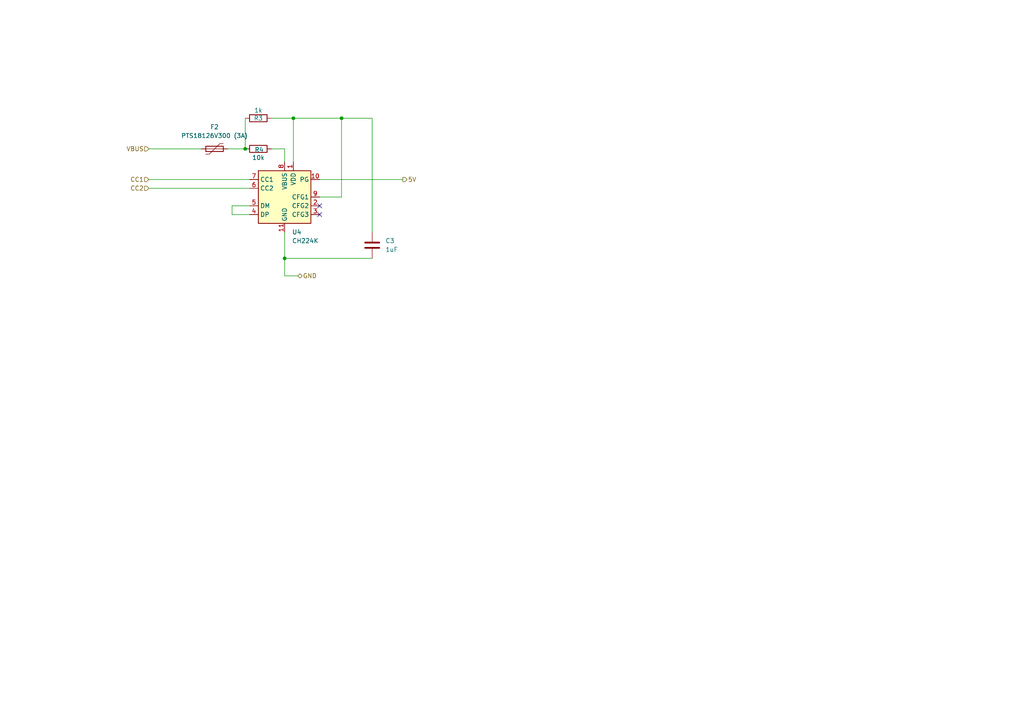
<source format=kicad_sch>
(kicad_sch (version 20250114) (generator "eeschema") (generator_version "9.0")
  (paper "A4")
  (lib_symbols
    (symbol "Device:C" (pin_numbers (hide yes)) (pin_names (offset 0.254))
      (property "Reference" "C" (at 0.635 2.54 0))
      (property "Value" "C" (at 0.635 -2.54 0))
      (symbol "C_0_1"
        (polyline (pts (xy -2.032 0.762) (xy 2.032 0.762)) (stroke (width 0.508)))
        (polyline (pts (xy -2.032 -0.762) (xy 2.032 -0.762)) (stroke (width 0.508)))
      )
      (symbol "C_1_1"
        (pin passive line (at 0 3.81 270) (length 2.794) (name "~") (number "1"))
        (pin passive line (at 0 -3.81 90) (length 2.794) (name "~") (number "2"))
      )
    )
    (symbol "Device:Polyfuse" (pin_numbers (hide yes)) (pin_names (offset 0))
      (property "Reference" "F" (at -2.54 0 90))
      (property "Value" "Polyfuse" (at 2.54 0 90))
      (symbol "Polyfuse_0_1"
        (polyline (pts (xy -1.524 2.54) (xy -1.524 1.524) (xy 1.524 -1.524) (xy 1.524 -2.54)))
        (rectangle (start -0.762 2.54) (end 0.762 -2.54) (stroke (width 0.254)))
        (polyline (pts (xy 0 2.54) (xy 0 -2.54)))
      )
      (symbol "Polyfuse_1_1"
        (pin passive line (at 0 3.81 270) (length 1.27) (name "~") (number "1"))
        (pin passive line (at 0 -3.81 90) (length 1.27) (name "~") (number "2"))
      )
    )
    (symbol "Device:R" (pin_numbers (hide yes)) (pin_names (offset 0))
      (property "Reference" "R" (at 2.032 0 90))
      (property "Value" "R" (at 0 0 90))
      (symbol "R_0_1"
        (rectangle (start -1.016 -2.54) (end 1.016 2.54) (stroke (width 0.254)))
      )
      (symbol "R_1_1"
        (pin passive line (at 0 3.81 270) (length 1.27) (name "~") (number "1"))
        (pin passive line (at 0 -3.81 90) (length 1.27) (name "~") (number "2"))
      )
    )
    (symbol "Interface_USB:CH224K"
      (property "Reference" "U" (at -7.874 -8.89 0))
      (property "Value" "CH224K" (at 3.048 -8.89 0))
      (symbol "CH224K_1_1"
        (rectangle (start -7.62 7.62) (end 7.62 -7.62) (stroke (width 0.254)) (fill (type background)))
        (pin bidirectional line (at -10.16 5.08 0) (length 2.54) (name "CC1") (number "7"))
        (pin bidirectional line (at -10.16 2.54 0) (length 2.54) (name "CC2") (number "6"))
        (pin bidirectional line (at -10.16 -2.54 0) (length 2.54) (name "DM") (number "5"))
        (pin bidirectional line (at -10.16 -5.08 0) (length 2.54) (name "DP") (number "4"))
        (pin passive line (at 0 10.16 270) (length 2.54) (name "VBUS") (number "8"))
        (pin power_in line (at 0 -10.16 90) (length 2.54) (name "GND") (number "11"))
        (pin power_in line (at 2.54 10.16 270) (length 2.54) (name "VDD") (number "1"))
        (pin open_collector line (at 10.16 5.08 180) (length 2.54) (name "PG") (number "10"))
        (pin passive line (at 10.16 0 180) (length 2.54) (name "CFG1") (number "9"))
        (pin passive line (at 10.16 -2.54 180) (length 2.54) (name "CFG2") (number "2"))
        (pin passive line (at 10.16 -5.08 180) (length 2.54) (name "CFG3") (number "3"))
      )
    )
  )
  (junction (at 71.12 43.18))
  (junction (at 82.55 74.93))
  (junction (at 99.06 34.29))
  (junction (at 85.09 34.29))
  (no_connect (at 92.71 62.23))
  (no_connect (at 92.71 59.69))
  (wire (pts (xy 78.74 34.29) (xy 85.09 34.29)))
  (wire (pts (xy 99.06 57.15) (xy 99.06 34.29)))
  (wire (pts (xy 85.09 34.29) (xy 85.09 46.99)))
  (wire (pts (xy 92.71 57.15) (xy 99.06 57.15)))
  (wire (pts (xy 82.55 74.93) (xy 82.55 80.01)))
  (wire (pts (xy 72.39 59.69) (xy 67.31 59.69)))
  (wire (pts (xy 66.04 43.18) (xy 71.12 43.18)))
  (wire (pts (xy 92.71 52.07) (xy 116.84 52.07)))
  (wire (pts (xy 82.55 67.31) (xy 82.55 74.93)))
  (wire (pts (xy 43.18 54.61) (xy 72.39 54.61)))
  (wire (pts (xy 82.55 74.93) (xy 107.95 74.93)))
  (wire (pts (xy 71.12 34.29) (xy 71.12 43.18)))
  (wire (pts (xy 82.55 80.01) (xy 86.36 80.01)))
  (wire (pts (xy 107.95 67.31) (xy 107.95 34.29)))
  (wire (pts (xy 67.31 59.69) (xy 67.31 62.23)))
  (wire (pts (xy 78.74 43.18) (xy 82.55 43.18)))
  (wire (pts (xy 82.55 43.18) (xy 82.55 46.99)))
  (wire (pts (xy 43.18 43.18) (xy 58.42 43.18)))
  (wire (pts (xy 85.09 34.29) (xy 99.06 34.29)))
  (wire (pts (xy 43.18 52.07) (xy 72.39 52.07)))
  (wire (pts (xy 107.95 34.29) (xy 99.06 34.29)))
  (wire (pts (xy 67.31 62.23) (xy 72.39 62.23)))
  (hierarchical_label "CC2" (shape input) (at 43.18 54.61 180))
  (hierarchical_label "5V" (shape output) (at 116.84 52.07 0))
  (hierarchical_label "VBUS" (shape input) (at 43.18 43.18 180))
  (hierarchical_label "CC1" (shape input) (at 43.18 52.07 180))
  (hierarchical_label "GND" (shape bidirectional) (at 86.36 80.01 0))
  (symbol (lib_id "Device:Polyfuse") (at 62.23 43.18 90) (unit 1)
    (property "Reference" "F2" (at 62.23 36.83 90))
    (property "Value" "PTS18126V300 (3A)" (at 62.23 39.37 90))
    (property "Description" "Resettable fuse, polymeric positive temperature coefficient" (effects (hide yes)))
  )
  (symbol (lib_id "Interface_USB:CH224K") (at 82.55 57.15 0) (unit 1)
    (property "Reference" "U4" (at 84.6933 67.31 0) (effects (justify left)))
    (property "Value" "CH224K" (at 84.6933 69.85 0) (effects (justify left)))
    (property "Footprint" "Package_SO:SSOP-10-1EP_3.9x4.9mm_P1mm_EP2.1x3.3mm" (effects (hide yes)))
    (property "Datasheet" "https://www.wch.cn/downloads/file/301.html" (effects (hide yes)))
    (property "Description" "100W USB Type-C PD3.0/2.0, BC1.2 Sink Controller, SSOP-10" (effects (hide yes)))
  )
  (symbol (lib_id "Device:R") (at 74.93 34.29 90) (unit 1)
    (property "Reference" "R3" (at 74.93 34.29 90))
    (property "Value" "1k" (at 74.93 32.004 90))
    (property "Description" "Resistor" (effects (hide yes)))
  )
  (symbol (lib_id "Device:R") (at 74.93 43.18 90) (unit 1)
    (property "Reference" "R4" (at 75.184 43.434 90))
    (property "Value" "10k" (at 74.93 45.72 90))
    (property "Description" "Resistor" (effects (hide yes)))
  )
  (symbol (lib_id "Device:C") (at 107.95 71.12 0) (unit 1)
    (property "Reference" "C3" (at 111.76 69.8499 0) (effects (justify left)))
    (property "Value" "1uF" (at 111.76 72.3899 0) (effects (justify left)))
    (property "Description" "Unpolarized capacitor" (effects (hide yes)))
  )
)
</source>
